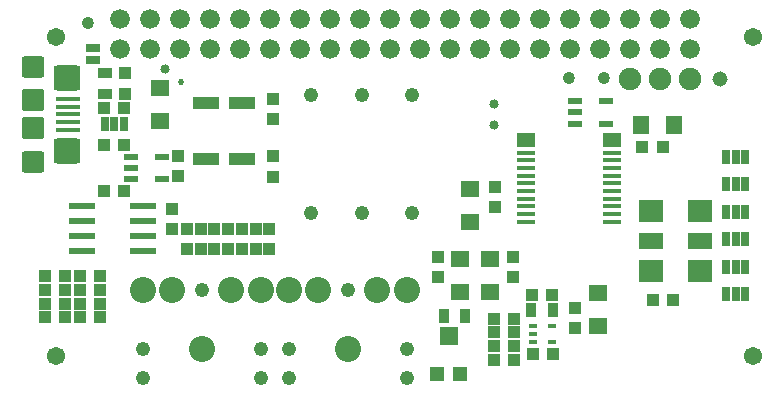
<source format=gts>
G04 Layer_Color=8388736*
%FSAX24Y24*%
%MOIN*%
G70*
G01*
G75*
%ADD55R,0.0402X0.0441*%
%ADD56R,0.0441X0.0402*%
G04:AMPARAMS|DCode=57|XSize=40.8mil|YSize=40.8mil|CornerRadius=20.4mil|HoleSize=0mil|Usage=FLASHONLY|Rotation=0.000|XOffset=0mil|YOffset=0mil|HoleType=Round|Shape=RoundedRectangle|*
%AMROUNDEDRECTD57*
21,1,0.0408,0.0000,0,0,0.0*
21,1,0.0000,0.0408,0,0,0.0*
1,1,0.0408,0.0000,0.0000*
1,1,0.0408,0.0000,0.0000*
1,1,0.0408,0.0000,0.0000*
1,1,0.0408,0.0000,0.0000*
%
%ADD57ROUNDEDRECTD57*%
%ADD58R,0.0878X0.0248*%
%ADD59R,0.0323X0.0480*%
%ADD60R,0.0559X0.0638*%
%ADD61R,0.0638X0.0559*%
G04:AMPARAMS|DCode=62|XSize=30.8mil|YSize=30.8mil|CornerRadius=15.4mil|HoleSize=0mil|Usage=FLASHONLY|Rotation=90.000|XOffset=0mil|YOffset=0mil|HoleType=Round|Shape=RoundedRectangle|*
%AMROUNDEDRECTD62*
21,1,0.0308,0.0000,0,0,90.0*
21,1,0.0000,0.0308,0,0,90.0*
1,1,0.0308,0.0000,0.0000*
1,1,0.0308,0.0000,0.0000*
1,1,0.0308,0.0000,0.0000*
1,1,0.0308,0.0000,0.0000*
%
%ADD62ROUNDEDRECTD62*%
%ADD63R,0.0480X0.0224*%
%ADD64R,0.0795X0.0559*%
%ADD65R,0.0795X0.0717*%
%ADD66R,0.0598X0.0165*%
%ADD67R,0.0480X0.0323*%
%ADD68R,0.0874X0.0402*%
%ADD69R,0.0258X0.0508*%
G04:AMPARAMS|DCode=70|XSize=40.8mil|YSize=40.8mil|CornerRadius=20.4mil|HoleSize=0mil|Usage=FLASHONLY|Rotation=90.000|XOffset=0mil|YOffset=0mil|HoleType=Round|Shape=RoundedRectangle|*
%AMROUNDEDRECTD70*
21,1,0.0408,0.0000,0,0,90.0*
21,1,0.0000,0.0408,0,0,90.0*
1,1,0.0408,0.0000,0.0000*
1,1,0.0408,0.0000,0.0000*
1,1,0.0408,0.0000,0.0000*
1,1,0.0408,0.0000,0.0000*
%
%ADD70ROUNDEDRECTD70*%
%ADD71R,0.0598X0.0480*%
G04:AMPARAMS|DCode=72|XSize=50.8mil|YSize=50.8mil|CornerRadius=25.4mil|HoleSize=0mil|Usage=FLASHONLY|Rotation=90.000|XOffset=0mil|YOffset=0mil|HoleType=Round|Shape=RoundedRectangle|*
%AMROUNDEDRECTD72*
21,1,0.0508,0.0000,0,0,90.0*
21,1,0.0000,0.0508,0,0,90.0*
1,1,0.0508,0.0000,0.0000*
1,1,0.0508,0.0000,0.0000*
1,1,0.0508,0.0000,0.0000*
1,1,0.0508,0.0000,0.0000*
%
%ADD72ROUNDEDRECTD72*%
G04:AMPARAMS|DCode=73|XSize=16.5mil|YSize=79.5mil|CornerRadius=2.4mil|HoleSize=0mil|Usage=FLASHONLY|Rotation=270.000|XOffset=0mil|YOffset=0mil|HoleType=Round|Shape=RoundedRectangle|*
%AMROUNDEDRECTD73*
21,1,0.0165,0.0748,0,0,270.0*
21,1,0.0118,0.0795,0,0,270.0*
1,1,0.0047,-0.0374,-0.0059*
1,1,0.0047,-0.0374,0.0059*
1,1,0.0047,0.0374,0.0059*
1,1,0.0047,0.0374,-0.0059*
%
%ADD73ROUNDEDRECTD73*%
G04:AMPARAMS|DCode=74|XSize=83.5mil|YSize=89.4mil|CornerRadius=10.7mil|HoleSize=0mil|Usage=FLASHONLY|Rotation=270.000|XOffset=0mil|YOffset=0mil|HoleType=Round|Shape=RoundedRectangle|*
%AMROUNDEDRECTD74*
21,1,0.0835,0.0679,0,0,270.0*
21,1,0.0620,0.0894,0,0,270.0*
1,1,0.0215,-0.0340,-0.0310*
1,1,0.0215,-0.0340,0.0310*
1,1,0.0215,0.0340,0.0310*
1,1,0.0215,0.0340,-0.0310*
%
%ADD74ROUNDEDRECTD74*%
G04:AMPARAMS|DCode=75|XSize=71.7mil|YSize=75.6mil|CornerRadius=9.3mil|HoleSize=0mil|Usage=FLASHONLY|Rotation=270.000|XOffset=0mil|YOffset=0mil|HoleType=Round|Shape=RoundedRectangle|*
%AMROUNDEDRECTD75*
21,1,0.0717,0.0571,0,0,270.0*
21,1,0.0532,0.0756,0,0,270.0*
1,1,0.0185,-0.0285,-0.0266*
1,1,0.0185,-0.0285,0.0266*
1,1,0.0185,0.0285,0.0266*
1,1,0.0185,0.0285,-0.0266*
%
%ADD75ROUNDEDRECTD75*%
G04:AMPARAMS|DCode=76|XSize=75.6mil|YSize=75.6mil|CornerRadius=9.7mil|HoleSize=0mil|Usage=FLASHONLY|Rotation=270.000|XOffset=0mil|YOffset=0mil|HoleType=Round|Shape=RoundedRectangle|*
%AMROUNDEDRECTD76*
21,1,0.0756,0.0561,0,0,270.0*
21,1,0.0561,0.0756,0,0,270.0*
1,1,0.0195,-0.0281,-0.0281*
1,1,0.0195,-0.0281,0.0281*
1,1,0.0195,0.0281,0.0281*
1,1,0.0195,0.0281,-0.0281*
%
%ADD76ROUNDEDRECTD76*%
%ADD77R,0.0508X0.0258*%
%ADD78R,0.0480X0.0480*%
%ADD79R,0.0638X0.0598*%
%ADD80R,0.0303X0.0165*%
%ADD81C,0.0480*%
%ADD82C,0.0868*%
%ADD83C,0.0658*%
%ADD84C,0.0480*%
%ADD85C,0.0608*%
%ADD86C,0.0748*%
%ADD87C,0.0205*%
D55*
X008422Y009105D02*
D03*
Y009775D02*
D03*
X008410Y007175D02*
D03*
Y007845D02*
D03*
X008290Y004765D02*
D03*
Y005435D02*
D03*
X006910Y004765D02*
D03*
Y005435D02*
D03*
X006450D02*
D03*
Y004765D02*
D03*
X005060Y005435D02*
D03*
Y006105D02*
D03*
X006000Y004765D02*
D03*
Y005435D02*
D03*
X007370Y004765D02*
D03*
Y005435D02*
D03*
X007830Y004765D02*
D03*
Y005435D02*
D03*
X005540D02*
D03*
Y004765D02*
D03*
X015807Y006152D02*
D03*
Y006821D02*
D03*
X018484Y002804D02*
D03*
Y002135D02*
D03*
X003465Y009941D02*
D03*
Y010610D02*
D03*
X005240Y007875D02*
D03*
Y007205D02*
D03*
X016403Y003827D02*
D03*
Y004497D02*
D03*
X013897Y003827D02*
D03*
Y004497D02*
D03*
D56*
X002655Y003857D02*
D03*
X001985D02*
D03*
Y002937D02*
D03*
X002655D02*
D03*
X001985Y002477D02*
D03*
X002655D02*
D03*
X015775Y002440D02*
D03*
X016445D02*
D03*
X017715Y003220D02*
D03*
X017045D02*
D03*
X021398Y008150D02*
D03*
X020728D02*
D03*
X003445Y009449D02*
D03*
X002776D02*
D03*
X021742Y003051D02*
D03*
X021073D02*
D03*
X003435Y006690D02*
D03*
X002766D02*
D03*
X001485Y003397D02*
D03*
X000815D02*
D03*
Y003857D02*
D03*
X001485D02*
D03*
Y002477D02*
D03*
X000815D02*
D03*
X001485Y002937D02*
D03*
X000815D02*
D03*
X001985Y003397D02*
D03*
X002655D02*
D03*
X016437Y001060D02*
D03*
X015767D02*
D03*
X017735Y001250D02*
D03*
X017065D02*
D03*
X016445Y001995D02*
D03*
X015776D02*
D03*
X015767Y001523D02*
D03*
X016437D02*
D03*
X003435Y008210D02*
D03*
X002766D02*
D03*
D57*
X002240Y012280D02*
D03*
X018268Y010443D02*
D03*
D58*
X004090Y006201D02*
D03*
Y005701D02*
D03*
Y005201D02*
D03*
Y004701D02*
D03*
X002030D02*
D03*
Y005201D02*
D03*
Y005701D02*
D03*
Y006201D02*
D03*
D59*
X017026Y002720D02*
D03*
X017734D02*
D03*
X014106Y002520D02*
D03*
X014814D02*
D03*
D60*
X020669Y008898D02*
D03*
X021772D02*
D03*
D61*
X014980Y006762D02*
D03*
Y005659D02*
D03*
X019242Y002184D02*
D03*
Y003287D02*
D03*
X004649Y009017D02*
D03*
Y010120D02*
D03*
X015659Y004438D02*
D03*
Y003335D02*
D03*
X014630Y004438D02*
D03*
Y003335D02*
D03*
D62*
X015787Y009596D02*
D03*
X015790Y008880D02*
D03*
X004803Y010748D02*
D03*
D63*
X004715Y007833D02*
D03*
Y007085D02*
D03*
X003691D02*
D03*
Y007459D02*
D03*
Y007833D02*
D03*
X019502Y009684D02*
D03*
Y008936D02*
D03*
X018478D02*
D03*
Y009310D02*
D03*
Y009684D02*
D03*
D64*
X021004Y005020D02*
D03*
X022658D02*
D03*
D65*
Y004020D02*
D03*
X021004D02*
D03*
Y006020D02*
D03*
X022658D02*
D03*
D66*
X019695Y007972D02*
D03*
Y007717D02*
D03*
Y007461D02*
D03*
Y007205D02*
D03*
Y006949D02*
D03*
Y006693D02*
D03*
Y006437D02*
D03*
Y006181D02*
D03*
Y005925D02*
D03*
Y005669D02*
D03*
X016841D02*
D03*
Y005925D02*
D03*
Y006181D02*
D03*
Y006437D02*
D03*
Y006693D02*
D03*
Y006949D02*
D03*
Y007205D02*
D03*
Y007461D02*
D03*
Y007717D02*
D03*
Y007972D02*
D03*
D67*
X002795Y009921D02*
D03*
Y010630D02*
D03*
D68*
X007370Y007767D02*
D03*
X006170D02*
D03*
X007370Y009610D02*
D03*
X006170D02*
D03*
D69*
X023519Y005079D02*
D03*
X023839D02*
D03*
X024159D02*
D03*
Y005994D02*
D03*
X023839D02*
D03*
X023519D02*
D03*
X024159Y003248D02*
D03*
X023839D02*
D03*
X023519D02*
D03*
X024159Y004163D02*
D03*
X023839D02*
D03*
X023519D02*
D03*
X024159Y006909D02*
D03*
X023839D02*
D03*
X023519D02*
D03*
X024152Y007817D02*
D03*
X023832D02*
D03*
X023512D02*
D03*
X002796Y008911D02*
D03*
X003116D02*
D03*
X003436D02*
D03*
D70*
X019449Y010443D02*
D03*
D71*
X019695Y008386D02*
D03*
X016841D02*
D03*
D72*
X023296Y010429D02*
D03*
D73*
X001583Y009250D02*
D03*
Y008994D02*
D03*
Y008738D02*
D03*
Y009762D02*
D03*
Y009506D02*
D03*
D74*
X001534Y008030D02*
D03*
Y010470D02*
D03*
D75*
X000402Y010825D02*
D03*
Y007675D02*
D03*
D76*
Y009722D02*
D03*
Y008778D02*
D03*
D77*
X002420Y011470D02*
D03*
Y011070D02*
D03*
D78*
X013870Y000590D02*
D03*
X014657D02*
D03*
D79*
X014264Y001870D02*
D03*
D80*
X017726Y002184D02*
D03*
Y001672D02*
D03*
X017076D02*
D03*
Y001928D02*
D03*
Y002184D02*
D03*
D81*
X006040Y003399D02*
D03*
X008008Y001430D02*
D03*
Y000446D02*
D03*
X004072D02*
D03*
Y001430D02*
D03*
X010910Y003399D02*
D03*
X012879Y001430D02*
D03*
Y000446D02*
D03*
X008942D02*
D03*
Y001430D02*
D03*
D82*
X008008Y003399D02*
D03*
X007024D02*
D03*
X004072D02*
D03*
X005056D02*
D03*
X006040Y001430D02*
D03*
X012879Y003399D02*
D03*
X011894D02*
D03*
X008942D02*
D03*
X009926D02*
D03*
X010910Y001430D02*
D03*
D83*
X022295Y012429D02*
D03*
Y011429D02*
D03*
X021295Y012429D02*
D03*
Y011429D02*
D03*
X020295Y012429D02*
D03*
Y011429D02*
D03*
X019295Y012429D02*
D03*
Y011429D02*
D03*
X018295Y012429D02*
D03*
Y011429D02*
D03*
X017295Y012429D02*
D03*
Y011429D02*
D03*
X016295Y012429D02*
D03*
Y011429D02*
D03*
X003295Y012429D02*
D03*
X004295D02*
D03*
X005295D02*
D03*
X006295D02*
D03*
X007295D02*
D03*
X008295D02*
D03*
X009295D02*
D03*
X010295D02*
D03*
X011295D02*
D03*
X012295D02*
D03*
X013295D02*
D03*
X014295D02*
D03*
X015295D02*
D03*
Y011429D02*
D03*
X014295D02*
D03*
X013295D02*
D03*
X012295D02*
D03*
X011295D02*
D03*
X010295D02*
D03*
X009295D02*
D03*
X008295D02*
D03*
X007295D02*
D03*
X006295D02*
D03*
X005295D02*
D03*
X004295D02*
D03*
X003295D02*
D03*
D84*
X011362Y009884D02*
D03*
Y005946D02*
D03*
X013035D02*
D03*
Y009884D02*
D03*
X009689D02*
D03*
Y005946D02*
D03*
D85*
X024409Y011811D02*
D03*
Y001181D02*
D03*
X001181D02*
D03*
Y011811D02*
D03*
D86*
X020296Y010429D02*
D03*
X021296D02*
D03*
X022296D02*
D03*
D87*
X005340Y010340D02*
D03*
X002240Y012280D02*
D03*
X015790Y008880D02*
D03*
X018268Y010443D02*
D03*
X019449D02*
D03*
X015787Y009596D02*
D03*
X004803Y010748D02*
D03*
M02*

</source>
